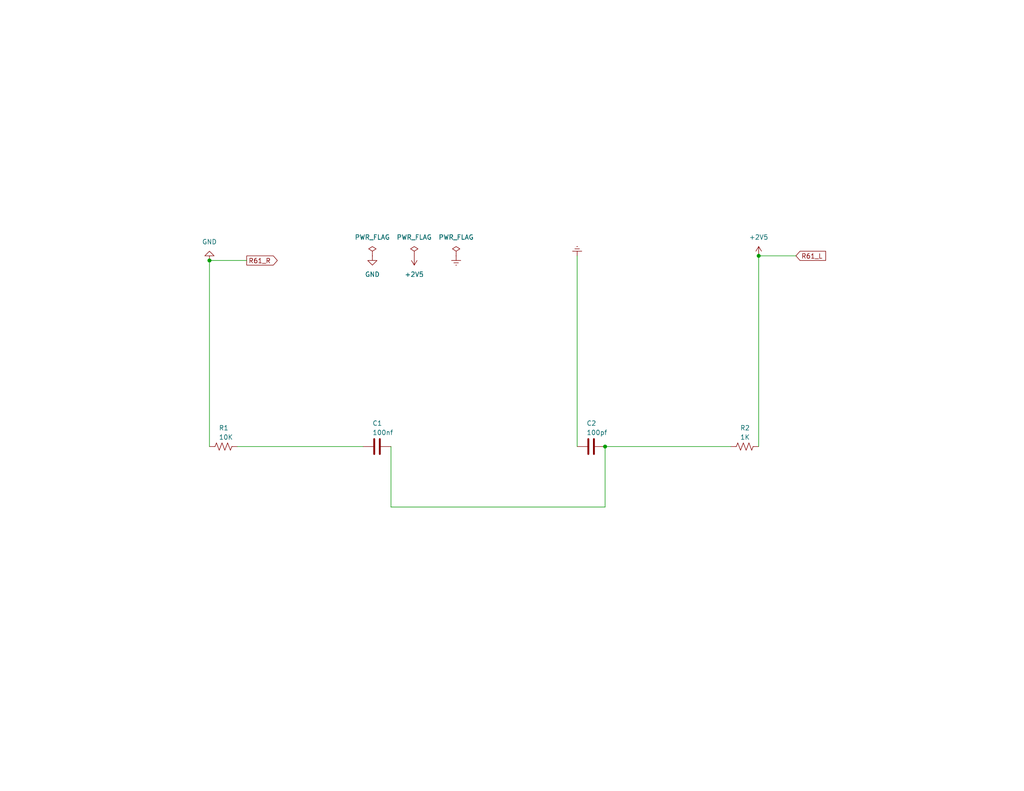
<source format=kicad_sch>
(kicad_sch (version 20211123) (generator eeschema)
  (paper "USLetter")
  (title_block (title "Model 2 Sega Genesis - KA2195 Composite Video Clock Fix") (date "2022-01-23") (rev "1.0") (company "Clarissa Walker") (comment 1 "crystal oscillator") (comment 2 "Based on Helder's Model 2 Genesis KA2195 Composite Video Clock fix that uses a separate") (comment 3 "Samsung KA2195 video encoders with an incorrect composite video clock") (comment 4 "for Sega Genesis Model 2 consoles with VA0, VA1, VA1.8 revision motherboards that have"))
  (lib_symbols
    (symbol "Device:C" (pin_numbers hide) (pin_names (offset 0.254))
      (property "Reference" "C" (at 0.635 2.54 0))
      (property "Value" "C" (at 0.635 -2.54 0))
      (symbol "C_0_1"
        (polyline (pts (xy -2.032 -0.762) (xy 2.032 -0.762)) (stroke (width 0.508)))
        (polyline (pts (xy -2.032 0.762) (xy 2.032 0.762)) (stroke (width 0.508)))
      )
      (symbol "C_1_1"
        (pin passive line (at 0 3.81 270) (length 2.794) (name "~") (number "1"))
        (pin passive line (at 0 -3.81 90) (length 2.794) (name "~") (number "2"))
      )
    )
    (symbol "Device:R_US" (pin_numbers hide) (pin_names (offset 0))
      (property "Reference" "R" (at 2.54 0 90))
      (property "Value" "R_US" (at -2.54 0 90))
      (symbol "R_US_0_1"
        (polyline (pts (xy 0 -2.286) (xy 0 -2.54)))
        (polyline (pts (xy 0 2.286) (xy 0 2.54)))
        (polyline (pts (xy 0 -0.762) (xy 1.016 -1.143) (xy 0 -1.524) (xy -1.016 -1.905) (xy 0 -2.286)))
        (polyline (pts (xy 0 0.762) (xy 1.016 0.381) (xy 0 0) (xy -1.016 -0.381) (xy 0 -0.762)))
        (polyline (pts (xy 0 2.286) (xy 1.016 1.905) (xy 0 1.524) (xy -1.016 1.143) (xy 0 0.762)))
      )
      (symbol "R_US_1_1"
        (pin passive line (at 0 3.81 270) (length 1.27) (name "~") (number "1"))
        (pin passive line (at 0 -3.81 90) (length 1.27) (name "~") (number "2"))
      )
    )
    (symbol "power:+2V5" (power) (pin_names (offset 0))
      (property "Value" "+2V5" (at 0 3.556 0))
      (symbol "+2V5_0_1"
        (polyline (pts (xy -0.762 1.27) (xy 0 2.54)))
        (polyline (pts (xy 0 0) (xy 0 2.54)))
        (polyline (pts (xy 0 2.54) (xy 0.762 1.27)))
      )
      (symbol "+2V5_1_1"
        (pin power_in line (at 0 0 90) (length 0) hide (name "+2V5") (number "1"))
      )
    )
    (symbol "power:Earth" (power) (pin_names (offset 0))
      (symbol "Earth_0_1"
        (polyline (pts (xy -0.635 -1.905) (xy 0.635 -1.905)))
        (polyline (pts (xy -0.127 -2.54) (xy 0.127 -2.54)))
        (polyline (pts (xy 0 -1.27) (xy 0 0)))
        (polyline (pts (xy 1.27 -1.27) (xy -1.27 -1.27)))
      )
      (symbol "Earth_1_1"
        (pin power_in line (at 0 0 270) (length 0) hide (name "Earth") (number "1"))
      )
    )
    (symbol "power:GND" (power) (pin_names (offset 0))
      (property "Value" "GND" (at 0 -3.81 0))
      (symbol "GND_0_1"
        (polyline (pts (xy 0 0) (xy 0 -1.27) (xy 1.27 -1.27) (xy 0 -2.54) (xy -1.27 -1.27) (xy 0 -1.27)))
      )
      (symbol "GND_1_1"
        (pin power_in line (at 0 0 270) (length 0) hide (name "GND") (number "1"))
      )
    )
    (symbol "power:PWR_FLAG" (power) (pin_numbers hide) (pin_names (offset 0) hide)
      (property "Value" "PWR_FLAG" (at 0 3.81 0))
      (symbol "PWR_FLAG_0_0"
        (pin power_out line (at 0 0 90) (length 0) (name "pwr") (number "1"))
      )
      (symbol "PWR_FLAG_0_1"
        (polyline (pts (xy 0 0) (xy 0 1.27) (xy -1.016 1.905) (xy 0 2.54) (xy 1.016 1.905) (xy 0 1.27)))
      )
    )
  )
  (junction (at 207.01 69.85))
  (junction (at 57.15 71.12))
  (junction (at 165.1 121.92))
  (wire (pts (xy 165.1 121.92) (xy 165.1 138.43)))
  (wire (pts (xy 165.1 121.92) (xy 199.39 121.92)))
  (wire (pts (xy 106.68 121.92) (xy 106.68 138.43)))
  (wire (pts (xy 57.15 71.12) (xy 67.31 71.12)))
  (wire (pts (xy 207.01 69.85) (xy 217.17 69.85)))
  (wire (pts (xy 157.48 69.85) (xy 157.48 121.92)))
  (wire (pts (xy 207.01 69.85) (xy 207.01 121.92)))
  (wire (pts (xy 64.77 121.92) (xy 99.06 121.92)))
  (wire (pts (xy 106.68 138.43) (xy 165.1 138.43)))
  (wire (pts (xy 57.15 71.12) (xy 57.15 121.92)))
  (global_label "R61_L" (shape input) (at 217.17 69.85 0) (property "Intersheet References" "${INTERSHEET_REFS}" (effects hide)))
  (global_label "R61_R" (shape output) (at 67.31 71.12 0) (property "Intersheet References" "${INTERSHEET_REFS}" (effects hide)))
  (symbol (lib_id "Device:R_US") (at 60.96 121.92 90) (unit 1)
    (property "Reference" "R1" (at 59.69 116.84 90) (effects (justify right)))
    (property "Value" "10K" (at 59.69 119.38 90) (effects (justify right)))
    (property "Footprint" "Resistor_SMD:R_1206_3216Metric" (effects hide))
  )
  (symbol (lib_id "power:PWR_FLAG") (at 113.03 69.85 0) (unit 1)
    (property "Reference" "#FLG0102" (effects hide))
    (property "Value" "PWR_FLAG" (at 113.03 64.77 0))
  )
  (symbol (lib_id "power:PWR_FLAG") (at 124.46 69.85 0) (unit 1)
    (property "Reference" "#FLG0103" (effects hide))
    (property "Value" "PWR_FLAG" (at 124.46 64.77 0))
  )
  (symbol (lib_id "power:+2V5") (at 113.03 69.85 180) (unit 1)
    (property "Reference" "#PWR0105" (effects hide))
    (property "Value" "+2V5" (at 113.03 74.93 0))
  )
  (symbol (lib_id "Device:C") (at 102.87 121.92 90) (unit 1)
    (property "Reference" "C1" (at 101.6 115.57 90) (effects (justify right)))
    (property "Value" "100nf" (at 101.6 118.11 90) (effects (justify right)))
    (property "Footprint" "Capacitor_SMD:C_1206_3216Metric" (effects hide))
  )
  (symbol (lib_id "power:Earth") (at 157.48 69.85 180) (unit 1)
    (property "Reference" "#GND0101" (effects hide))
    (property "Value" "Earth" (effects hide))
    (property "Footprint" "TestPoint:TestPoint_Pad_3.0x3.0mm" (effects hide))
  )
  (symbol (lib_id "Device:C") (at 161.29 121.92 90) (unit 1)
    (property "Reference" "C2" (at 160.02 115.57 90) (effects (justify right)))
    (property "Value" "100pf" (at 160.02 118.11 90) (effects (justify right)))
    (property "Footprint" "Capacitor_SMD:C_1206_3216Metric" (effects hide))
  )
  (symbol (lib_id "power:GND") (at 57.15 71.12 180) (unit 1)
    (property "Reference" "#PWR0103" (effects hide))
    (property "Value" "GND" (at 57.15 66.04 0))
    (property "Footprint" "TestPoint:TestPoint_Pad_3.0x3.0mm" (effects hide))
  )
  (symbol (lib_id "Device:R_US") (at 203.2 121.92 90) (unit 1)
    (property "Reference" "R2" (at 201.93 116.84 90) (effects (justify right)))
    (property "Value" "1K" (at 201.93 119.38 90) (effects (justify right)))
    (property "Footprint" "Resistor_SMD:R_1206_3216Metric" (effects hide))
  )
  (symbol (lib_id "power:Earth") (at 124.46 69.85 0) (unit 1)
    (property "Reference" "#PWR0101" (effects hide))
    (property "Value" "Earth" (effects hide))
  )
  (symbol (lib_id "power:+2V5") (at 207.01 69.85 0) (unit 1)
    (property "Reference" "#PWR0102" (effects hide))
    (property "Value" "+2V5" (at 207.01 64.77 0))
    (property "Footprint" "TestPoint:TestPoint_Pad_3.0x3.0mm" (effects hide))
  )
  (symbol (lib_id "power:PWR_FLAG") (at 101.6 69.85 0) (unit 1)
    (property "Reference" "#FLG0101" (effects hide))
    (property "Value" "PWR_FLAG" (at 101.6 64.77 0))
  )
  (symbol (lib_id "power:GND") (at 101.6 69.85 0) (unit 1)
    (property "Reference" "#PWR0104" (effects hide))
    (property "Value" "GND" (at 101.6 74.93 0))
  )
)
</source>
